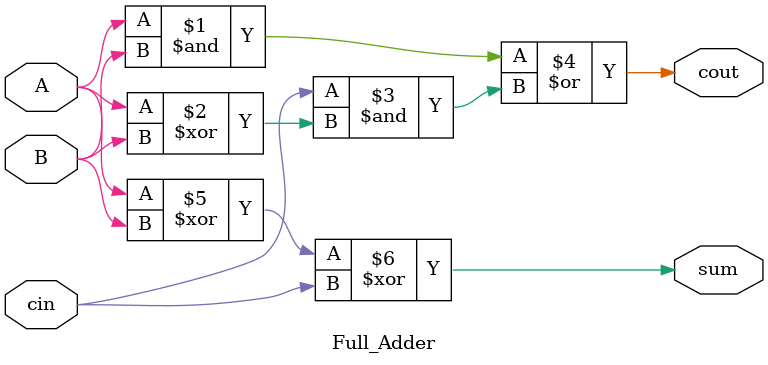
<source format=sv>
`timescale 1 ns / 1 ps

module Full_Adder
(
    input logic A, B, cin,
    output logic sum, cout
);

logic p0, p1, p2;

assign cout = A&B | cin & (A^B);
assign sum = A ^ B ^ cin;


endmodule


</source>
